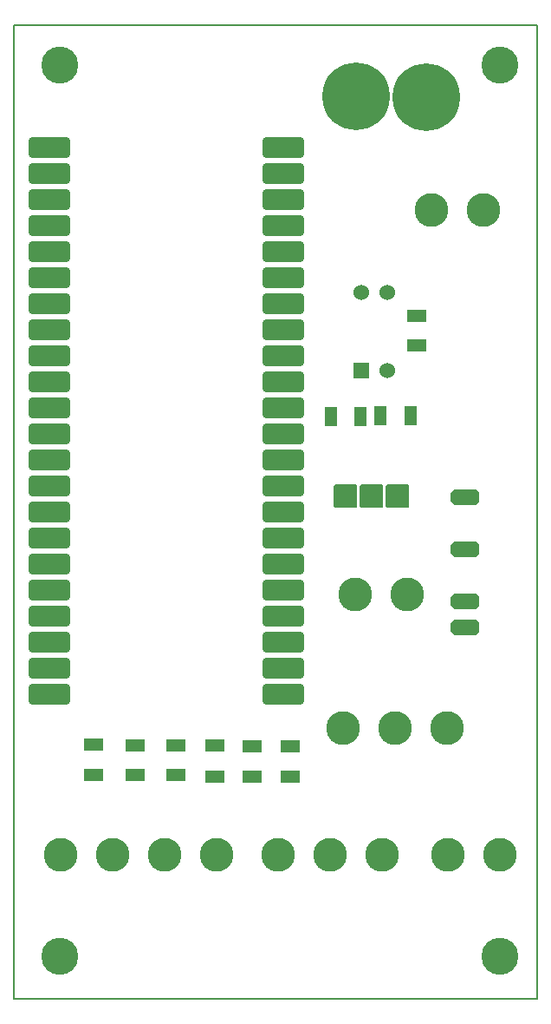
<source format=gbr>
G04 PROTEUS GERBER X2 FILE*
%TF.GenerationSoftware,Labcenter,Proteus,8.13-SP0-Build31525*%
%TF.CreationDate,2024-05-12T14:24:26+00:00*%
%TF.FileFunction,Soldermask,Bot*%
%TF.FilePolarity,Negative*%
%TF.Part,Single*%
%TF.SameCoordinates,{a0f7e056-3ba2-47e4-9380-b7f19c802b0c}*%
%FSLAX45Y45*%
%MOMM*%
G01*
%AMPPAD020*
4,1,36,
-2.032000,-0.584200,
-2.032000,0.584200,
-2.023410,0.672490,
-1.998690,0.754130,
-1.959420,0.827560,
-1.907180,0.891180,
-1.843560,0.943420,
-1.770130,0.982690,
-1.688490,1.007410,
-1.600200,1.016000,
1.600200,1.016000,
1.688490,1.007410,
1.770130,0.982690,
1.843560,0.943420,
1.907180,0.891180,
1.959420,0.827560,
1.998690,0.754130,
2.023410,0.672490,
2.032000,0.584200,
2.032000,-0.584200,
2.023410,-0.672490,
1.998690,-0.754130,
1.959420,-0.827560,
1.907180,-0.891180,
1.843560,-0.943420,
1.770130,-0.982690,
1.688490,-1.007410,
1.600200,-1.016000,
-1.600200,-1.016000,
-1.688490,-1.007410,
-1.770130,-0.982690,
-1.843560,-0.943420,
-1.907180,-0.891180,
-1.959420,-0.827560,
-1.998690,-0.754130,
-2.023410,-0.672490,
-2.032000,-0.584200,
0*%
%TA.AperFunction,Material*%
%ADD28PPAD020*%
%TA.AperFunction,Material*%
%ADD29C,3.302000*%
%AMPPAD028*
4,1,4,
0.901700,-0.571500,
0.901700,0.571500,
-0.901700,0.571500,
-0.901700,-0.571500,
0.901700,-0.571500,
0*%
%TA.AperFunction,Material*%
%ADD34PPAD028*%
%AMPPAD022*
4,1,8,
-1.397000,-0.433600,
-1.397000,0.433600,
-1.068600,0.762000,
1.068600,0.762000,
1.397000,0.433600,
1.397000,-0.433600,
1.068600,-0.762000,
-1.068600,-0.762000,
-1.397000,-0.433600,
0*%
%TA.AperFunction,Material*%
%ADD72PPAD022*%
%AMPPAD023*
4,1,36,
-1.016000,1.143000,
1.016000,1.143000,
1.041970,1.140470,
1.065980,1.133200,
1.087580,1.121650,
1.106290,1.106290,
1.121650,1.087570,
1.133200,1.065980,
1.140470,1.041970,
1.143000,1.016000,
1.143000,-1.016000,
1.140470,-1.041970,
1.133200,-1.065980,
1.121650,-1.087570,
1.106290,-1.106290,
1.087580,-1.121650,
1.065980,-1.133200,
1.041970,-1.140470,
1.016000,-1.143000,
-1.016000,-1.143000,
-1.041970,-1.140470,
-1.065980,-1.133200,
-1.087580,-1.121650,
-1.106290,-1.106290,
-1.121650,-1.087570,
-1.133200,-1.065980,
-1.140470,-1.041970,
-1.143000,-1.016000,
-1.143000,1.016000,
-1.140470,1.041970,
-1.133200,1.065980,
-1.121650,1.087570,
-1.106290,1.106290,
-1.087580,1.121650,
-1.065980,1.133200,
-1.041970,1.140470,
-1.016000,1.143000,
0*%
%TA.AperFunction,Material*%
%ADD73PPAD023*%
%AMPPAD024*
4,1,36,
-0.635000,0.762000,
0.635000,0.762000,
0.660970,0.759470,
0.684980,0.752200,
0.706580,0.740650,
0.725290,0.725290,
0.740650,0.706570,
0.752200,0.684980,
0.759470,0.660970,
0.762000,0.635000,
0.762000,-0.635000,
0.759470,-0.660970,
0.752200,-0.684980,
0.740650,-0.706570,
0.725290,-0.725290,
0.706580,-0.740650,
0.684980,-0.752200,
0.660970,-0.759470,
0.635000,-0.762000,
-0.635000,-0.762000,
-0.660970,-0.759470,
-0.684980,-0.752200,
-0.706580,-0.740650,
-0.725290,-0.725290,
-0.740650,-0.706570,
-0.752200,-0.684980,
-0.759470,-0.660970,
-0.762000,-0.635000,
-0.762000,0.635000,
-0.759470,0.660970,
-0.752200,0.684980,
-0.740650,0.706570,
-0.725290,0.725290,
-0.706580,0.740650,
-0.684980,0.752200,
-0.660970,0.759470,
-0.635000,0.762000,
0*%
%TA.AperFunction,Material*%
%ADD30PPAD024*%
%ADD31C,1.524000*%
%AMPPAD029*
4,1,4,
-0.571500,-0.901700,
0.571500,-0.901700,
0.571500,0.901700,
-0.571500,0.901700,
-0.571500,-0.901700,
0*%
%TA.AperFunction,Material*%
%ADD35PPAD029*%
%TA.AperFunction,Material*%
%ADD32C,3.606800*%
%ADD33C,6.604000*%
%TA.AperFunction,Profile*%
%ADD22C,0.203200*%
%TD.AperFunction*%
D28*
X-1651000Y+4953000D03*
X-1651000Y+4699000D03*
X-1651000Y+4445000D03*
X-1651000Y+4191000D03*
X-1651000Y+3937000D03*
X-1651000Y+3683000D03*
X-1651000Y+3429000D03*
X-1651000Y+3175000D03*
X-1651000Y+2921000D03*
X-1651000Y+2667000D03*
X-1651000Y+2413000D03*
X-1651000Y+2159000D03*
X-1651000Y+1905000D03*
X-1651000Y+1651000D03*
X-1651000Y+1397000D03*
X-1651000Y+1143000D03*
X-1651000Y+889000D03*
X-1651000Y+635000D03*
X-1651000Y+381000D03*
X-1651000Y+127000D03*
X-1651000Y-127000D03*
X-1651000Y-381000D03*
X+635000Y-381000D03*
X+635000Y-127000D03*
X+635000Y+127000D03*
X+635000Y+381000D03*
X+635000Y+635000D03*
X+635000Y+889000D03*
X+635000Y+1143000D03*
X+635000Y+1397000D03*
X+635000Y+1651000D03*
X+635000Y+1905000D03*
X+635000Y+2159000D03*
X+635000Y+2413000D03*
X+635000Y+2667000D03*
X+635000Y+2921000D03*
X+635000Y+3175000D03*
X+635000Y+3429000D03*
X+635000Y+3683000D03*
X+635000Y+3937000D03*
X+635000Y+4191000D03*
X+635000Y+4445000D03*
X+635000Y+4699000D03*
X+635000Y+4953000D03*
D29*
X-20700Y-1943100D03*
X-528700Y-1943100D03*
X-1036700Y-1943100D03*
X-1544700Y-1943100D03*
D34*
X-812800Y-1168400D03*
X-812800Y-878400D03*
X-419100Y-1166300D03*
X-419100Y-876300D03*
X-1219200Y-1168400D03*
X-1219200Y-868400D03*
X-38100Y-1181100D03*
X-38100Y-881100D03*
X+330200Y-1181100D03*
X+330200Y-891100D03*
X+698500Y-1181100D03*
X+698500Y-891100D03*
D29*
X+2747900Y-1943100D03*
X+2239900Y-1943100D03*
D72*
X+2409500Y+272100D03*
X+2409500Y+526100D03*
X+2409500Y+1034100D03*
X+2409500Y+1542100D03*
D29*
X+584200Y-1943100D03*
X+1092200Y-1943100D03*
X+1600200Y-1943100D03*
X+2080300Y+4346100D03*
X+2588300Y+4346100D03*
X+1333500Y+596900D03*
X+1841500Y+596900D03*
D73*
X+1244600Y+1549400D03*
X+1498600Y+1549400D03*
X+1752600Y+1549400D03*
D30*
X+1393550Y+2777850D03*
D31*
X+1647550Y+2777850D03*
X+1647550Y+3539850D03*
X+1393550Y+3539850D03*
D34*
X+1939650Y+3311250D03*
X+1939650Y+3021250D03*
D35*
X+1097750Y+2327550D03*
X+1387750Y+2327550D03*
X+1876150Y+2333350D03*
X+1586150Y+2333350D03*
D32*
X-1550000Y+5760000D03*
X+2750000Y+5760000D03*
X-1550000Y-2940000D03*
X+2750000Y-2940000D03*
D33*
X+2030000Y+5440000D03*
X+1350000Y+5450000D03*
D29*
X+1220000Y-710000D03*
X+1728000Y-710000D03*
X+2236000Y-710000D03*
D22*
X-1995300Y-3350000D02*
X+3114700Y-3350000D01*
X+3114700Y+6150000D01*
X-1995300Y+6150000D01*
X-1995300Y-3350000D01*
M02*

</source>
